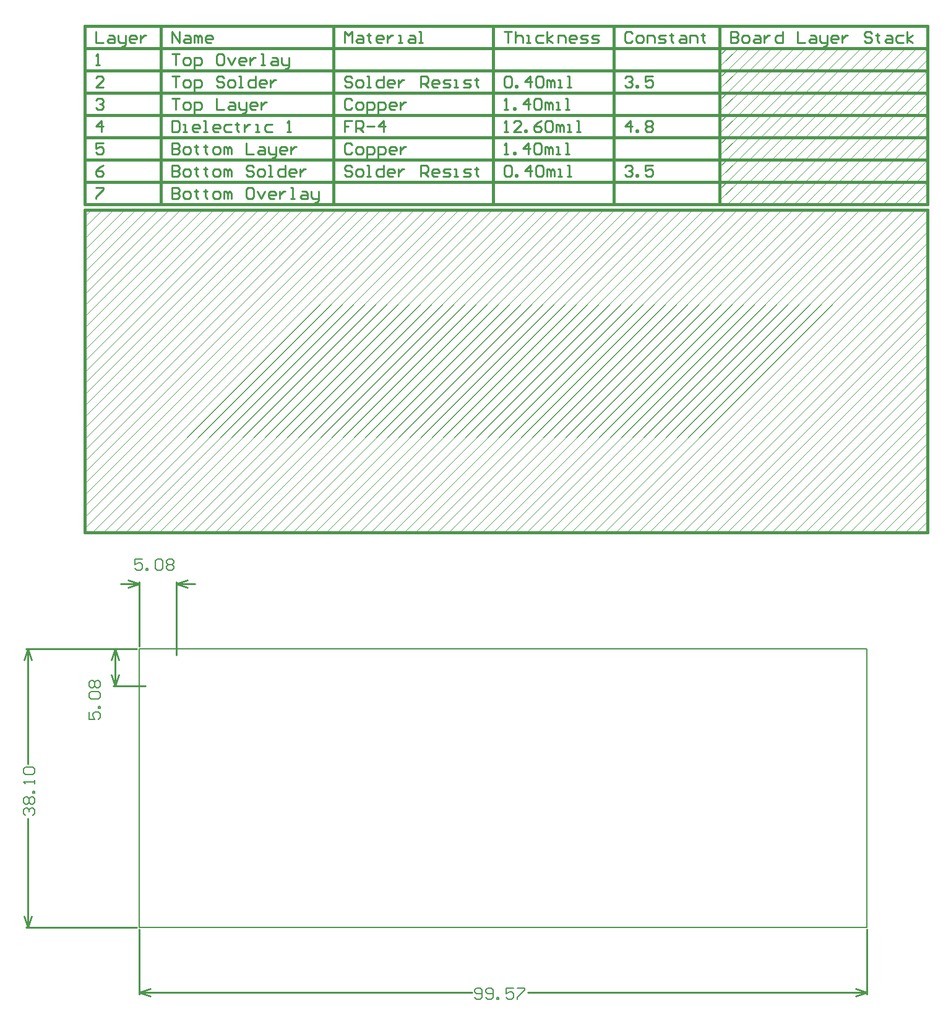
<source format=gm1>
G04 Layer_Color=16711935*
%FSLAX23Y23*%
%MOIN*%
G70*
G01*
G75*
%ADD11C,0.015*%
%ADD16C,0.010*%
%ADD24C,0.001*%
%ADD25C,0.006*%
D11*
X-292Y2128D02*
Y3864D01*
X4246D01*
Y2128D02*
Y3864D01*
X-292Y2128D02*
X4246D01*
X4246Y3894D02*
Y4854D01*
X3127Y4614D02*
X4246D01*
X3127Y4494D02*
X4246D01*
X3127Y4374D02*
X4246D01*
X3127Y4254D02*
X4246D01*
X3127Y4134D02*
X4246D01*
X3127Y4014D02*
X4246D01*
X3127Y3894D02*
X4246D01*
X3127D02*
Y4854D01*
X2557Y4614D02*
X3127D01*
X2557Y4494D02*
X3127D01*
X2557Y4374D02*
X3127D01*
X2557Y4254D02*
X3127D01*
X2557Y4134D02*
X3127D01*
X2557Y4014D02*
X3127D01*
X2557Y3894D02*
X3127D01*
X2557D02*
Y4854D01*
X1907Y4614D02*
X2557D01*
X1907Y4494D02*
X2557D01*
X1907Y4374D02*
X2557D01*
X1907Y4254D02*
X2557D01*
X1907Y4134D02*
X2557D01*
X1907Y4014D02*
X2557D01*
X1907Y3894D02*
X2557D01*
X1907D02*
Y4854D01*
X1047Y4614D02*
X1907D01*
X1047Y4494D02*
X1907D01*
X1047Y4374D02*
X1907D01*
X1047Y4254D02*
X1907D01*
X1047Y4134D02*
X1907D01*
X1047Y4014D02*
X1907D01*
X1047Y3894D02*
X1907D01*
X1047D02*
Y4854D01*
X117Y4614D02*
X1047D01*
X117Y4494D02*
X1047D01*
X117Y4374D02*
X1047D01*
X117Y4254D02*
X1047D01*
X117Y4134D02*
X1047D01*
X117Y4014D02*
X1047D01*
X117Y3894D02*
X1047D01*
X117D02*
Y4854D01*
X-292Y4614D02*
X117D01*
X-292Y4494D02*
X117D01*
X-292Y4374D02*
X117D01*
X-292Y4254D02*
X117D01*
X-292Y4134D02*
X117D01*
X-292Y4014D02*
X117D01*
X-292Y3894D02*
X117D01*
X-292D02*
Y4854D01*
X4246D01*
X-292Y4734D02*
X4246D01*
D16*
X0Y1513D02*
Y1860D01*
X200Y1465D02*
Y1860D01*
Y1850D02*
X300D01*
X-100D02*
X0D01*
X200D02*
X260Y1830D01*
X200Y1850D02*
X260Y1870D01*
X-60D02*
X0Y1850D01*
X-60Y1830D02*
X0Y1850D01*
X-140Y1500D02*
X-13D01*
X-140Y1300D02*
X34D01*
X-130Y1400D02*
Y1500D01*
Y1300D02*
Y1400D01*
X-150Y1440D02*
X-130Y1500D01*
X-110Y1440D01*
X-130Y1300D02*
X-110Y1360D01*
X-150D02*
X-130Y1300D01*
X3920Y-360D02*
Y-10D01*
X0Y-360D02*
Y-10D01*
X2095Y-350D02*
X3920D01*
X0D02*
X1793D01*
X3860Y-330D02*
X3920Y-350D01*
X3860Y-370D02*
X3920Y-350D01*
X0D02*
X60Y-370D01*
X0Y-350D02*
X60Y-330D01*
X-610Y1500D02*
X-13D01*
X-610Y0D02*
X-13D01*
X-600Y880D02*
Y1500D01*
Y0D02*
Y588D01*
X-620Y1440D02*
X-600Y1500D01*
X-580Y1440D01*
X-600Y0D02*
X-580Y60D01*
X-620D02*
X-600Y0D01*
X3187Y4824D02*
Y4764D01*
X3217D01*
X3227Y4774D01*
Y4784D01*
X3217Y4794D01*
X3187D01*
X3217D01*
X3227Y4804D01*
Y4814D01*
X3217Y4824D01*
X3187D01*
X3257Y4764D02*
X3277D01*
X3287Y4774D01*
Y4794D01*
X3277Y4804D01*
X3257D01*
X3247Y4794D01*
Y4774D01*
X3257Y4764D01*
X3317Y4804D02*
X3337D01*
X3347Y4794D01*
Y4764D01*
X3317D01*
X3307Y4774D01*
X3317Y4784D01*
X3347D01*
X3367Y4804D02*
Y4764D01*
Y4784D01*
X3377Y4794D01*
X3387Y4804D01*
X3397D01*
X3467Y4824D02*
Y4764D01*
X3437D01*
X3427Y4774D01*
Y4794D01*
X3437Y4804D01*
X3467D01*
X3547Y4824D02*
Y4764D01*
X3586D01*
X3616Y4804D02*
X3636D01*
X3646Y4794D01*
Y4764D01*
X3616D01*
X3606Y4774D01*
X3616Y4784D01*
X3646D01*
X3666Y4804D02*
Y4774D01*
X3676Y4764D01*
X3706D01*
Y4754D01*
X3696Y4744D01*
X3686D01*
X3706Y4764D02*
Y4804D01*
X3756Y4764D02*
X3736D01*
X3726Y4774D01*
Y4794D01*
X3736Y4804D01*
X3756D01*
X3766Y4794D01*
Y4784D01*
X3726D01*
X3786Y4804D02*
Y4764D01*
Y4784D01*
X3796Y4794D01*
X3806Y4804D01*
X3816D01*
X3946Y4814D02*
X3936Y4824D01*
X3916D01*
X3906Y4814D01*
Y4804D01*
X3916Y4794D01*
X3936D01*
X3946Y4784D01*
Y4774D01*
X3936Y4764D01*
X3916D01*
X3906Y4774D01*
X3976Y4814D02*
Y4804D01*
X3966D01*
X3986D01*
X3976D01*
Y4774D01*
X3986Y4764D01*
X4026Y4804D02*
X4046D01*
X4056Y4794D01*
Y4764D01*
X4026D01*
X4016Y4774D01*
X4026Y4784D01*
X4056D01*
X4116Y4804D02*
X4086D01*
X4076Y4794D01*
Y4774D01*
X4086Y4764D01*
X4116D01*
X4136D02*
Y4824D01*
Y4784D02*
X4166Y4804D01*
X4136Y4784D02*
X4166Y4764D01*
X2617Y4574D02*
X2627Y4584D01*
X2647D01*
X2657Y4574D01*
Y4564D01*
X2647Y4554D01*
X2637D01*
X2647D01*
X2657Y4544D01*
Y4534D01*
X2647Y4524D01*
X2627D01*
X2617Y4534D01*
X2677Y4524D02*
Y4534D01*
X2687D01*
Y4524D01*
X2677D01*
X2767Y4584D02*
X2727D01*
Y4554D01*
X2747Y4564D01*
X2757D01*
X2767Y4554D01*
Y4534D01*
X2757Y4524D01*
X2737D01*
X2727Y4534D01*
X2647Y4284D02*
Y4344D01*
X2617Y4314D01*
X2657D01*
X2677Y4284D02*
Y4294D01*
X2687D01*
Y4284D01*
X2677D01*
X2727Y4334D02*
X2737Y4344D01*
X2757D01*
X2767Y4334D01*
Y4324D01*
X2757Y4314D01*
X2767Y4304D01*
Y4294D01*
X2757Y4284D01*
X2737D01*
X2727Y4294D01*
Y4304D01*
X2737Y4314D01*
X2727Y4324D01*
Y4334D01*
X2737Y4314D02*
X2757D01*
X2617Y4094D02*
X2627Y4104D01*
X2647D01*
X2657Y4094D01*
Y4084D01*
X2647Y4074D01*
X2637D01*
X2647D01*
X2657Y4064D01*
Y4054D01*
X2647Y4044D01*
X2627D01*
X2617Y4054D01*
X2677Y4044D02*
Y4054D01*
X2687D01*
Y4044D01*
X2677D01*
X2767Y4104D02*
X2727D01*
Y4074D01*
X2747Y4084D01*
X2757D01*
X2767Y4074D01*
Y4054D01*
X2757Y4044D01*
X2737D01*
X2727Y4054D01*
X2657Y4814D02*
X2647Y4824D01*
X2627D01*
X2617Y4814D01*
Y4774D01*
X2627Y4764D01*
X2647D01*
X2657Y4774D01*
X2687Y4764D02*
X2707D01*
X2717Y4774D01*
Y4794D01*
X2707Y4804D01*
X2687D01*
X2677Y4794D01*
Y4774D01*
X2687Y4764D01*
X2737D02*
Y4804D01*
X2767D01*
X2777Y4794D01*
Y4764D01*
X2797D02*
X2827D01*
X2837Y4774D01*
X2827Y4784D01*
X2807D01*
X2797Y4794D01*
X2807Y4804D01*
X2837D01*
X2867Y4814D02*
Y4804D01*
X2857D01*
X2877D01*
X2867D01*
Y4774D01*
X2877Y4764D01*
X2917Y4804D02*
X2937D01*
X2947Y4794D01*
Y4764D01*
X2917D01*
X2907Y4774D01*
X2917Y4784D01*
X2947D01*
X2967Y4764D02*
Y4804D01*
X2997D01*
X3007Y4794D01*
Y4764D01*
X3037Y4814D02*
Y4804D01*
X3027D01*
X3047D01*
X3037D01*
Y4774D01*
X3047Y4764D01*
X1967Y4574D02*
X1977Y4584D01*
X1997D01*
X2007Y4574D01*
Y4534D01*
X1997Y4524D01*
X1977D01*
X1967Y4534D01*
Y4574D01*
X2027Y4524D02*
Y4534D01*
X2037D01*
Y4524D01*
X2027D01*
X2107D02*
Y4584D01*
X2077Y4554D01*
X2117D01*
X2137Y4574D02*
X2147Y4584D01*
X2167D01*
X2177Y4574D01*
Y4534D01*
X2167Y4524D01*
X2147D01*
X2137Y4534D01*
Y4574D01*
X2197Y4524D02*
Y4564D01*
X2207D01*
X2217Y4554D01*
Y4524D01*
Y4554D01*
X2227Y4564D01*
X2237Y4554D01*
Y4524D01*
X2257D02*
X2277D01*
X2267D01*
Y4564D01*
X2257D01*
X2307Y4524D02*
X2327D01*
X2317D01*
Y4584D01*
X2307D01*
X1967Y4404D02*
X1987D01*
X1977D01*
Y4464D01*
X1967Y4454D01*
X2017Y4404D02*
Y4414D01*
X2027D01*
Y4404D01*
X2017D01*
X2097D02*
Y4464D01*
X2067Y4434D01*
X2107D01*
X2127Y4454D02*
X2137Y4464D01*
X2157D01*
X2167Y4454D01*
Y4414D01*
X2157Y4404D01*
X2137D01*
X2127Y4414D01*
Y4454D01*
X2187Y4404D02*
Y4444D01*
X2197D01*
X2207Y4434D01*
Y4404D01*
Y4434D01*
X2217Y4444D01*
X2227Y4434D01*
Y4404D01*
X2247D02*
X2267D01*
X2257D01*
Y4444D01*
X2247D01*
X2297Y4404D02*
X2317D01*
X2307D01*
Y4464D01*
X2297D01*
X1967Y4284D02*
X1987D01*
X1977D01*
Y4344D01*
X1967Y4334D01*
X2057Y4284D02*
X2017D01*
X2057Y4324D01*
Y4334D01*
X2047Y4344D01*
X2027D01*
X2017Y4334D01*
X2077Y4284D02*
Y4294D01*
X2087D01*
Y4284D01*
X2077D01*
X2167Y4344D02*
X2147Y4334D01*
X2127Y4314D01*
Y4294D01*
X2137Y4284D01*
X2157D01*
X2167Y4294D01*
Y4304D01*
X2157Y4314D01*
X2127D01*
X2187Y4334D02*
X2197Y4344D01*
X2217D01*
X2227Y4334D01*
Y4294D01*
X2217Y4284D01*
X2197D01*
X2187Y4294D01*
Y4334D01*
X2247Y4284D02*
Y4324D01*
X2257D01*
X2267Y4314D01*
Y4284D01*
Y4314D01*
X2277Y4324D01*
X2287Y4314D01*
Y4284D01*
X2307D02*
X2327D01*
X2317D01*
Y4324D01*
X2307D01*
X2357Y4284D02*
X2377D01*
X2367D01*
Y4344D01*
X2357D01*
X1967Y4164D02*
X1987D01*
X1977D01*
Y4224D01*
X1967Y4214D01*
X2017Y4164D02*
Y4174D01*
X2027D01*
Y4164D01*
X2017D01*
X2097D02*
Y4224D01*
X2067Y4194D01*
X2107D01*
X2127Y4214D02*
X2137Y4224D01*
X2157D01*
X2167Y4214D01*
Y4174D01*
X2157Y4164D01*
X2137D01*
X2127Y4174D01*
Y4214D01*
X2187Y4164D02*
Y4204D01*
X2197D01*
X2207Y4194D01*
Y4164D01*
Y4194D01*
X2217Y4204D01*
X2227Y4194D01*
Y4164D01*
X2247D02*
X2267D01*
X2257D01*
Y4204D01*
X2247D01*
X2297Y4164D02*
X2317D01*
X2307D01*
Y4224D01*
X2297D01*
X1967Y4094D02*
X1977Y4104D01*
X1997D01*
X2007Y4094D01*
Y4054D01*
X1997Y4044D01*
X1977D01*
X1967Y4054D01*
Y4094D01*
X2027Y4044D02*
Y4054D01*
X2037D01*
Y4044D01*
X2027D01*
X2107D02*
Y4104D01*
X2077Y4074D01*
X2117D01*
X2137Y4094D02*
X2147Y4104D01*
X2167D01*
X2177Y4094D01*
Y4054D01*
X2167Y4044D01*
X2147D01*
X2137Y4054D01*
Y4094D01*
X2197Y4044D02*
Y4084D01*
X2207D01*
X2217Y4074D01*
Y4044D01*
Y4074D01*
X2227Y4084D01*
X2237Y4074D01*
Y4044D01*
X2257D02*
X2277D01*
X2267D01*
Y4084D01*
X2257D01*
X2307Y4044D02*
X2327D01*
X2317D01*
Y4104D01*
X2307D01*
X1967Y4824D02*
X2007D01*
X1987D01*
Y4764D01*
X2027Y4824D02*
Y4764D01*
Y4794D01*
X2037Y4804D01*
X2057D01*
X2067Y4794D01*
Y4764D01*
X2087D02*
X2107D01*
X2097D01*
Y4804D01*
X2087D01*
X2177D02*
X2147D01*
X2137Y4794D01*
Y4774D01*
X2147Y4764D01*
X2177D01*
X2197D02*
Y4824D01*
Y4784D02*
X2227Y4804D01*
X2197Y4784D02*
X2227Y4764D01*
X2257D02*
Y4804D01*
X2287D01*
X2297Y4794D01*
Y4764D01*
X2347D02*
X2327D01*
X2317Y4774D01*
Y4794D01*
X2327Y4804D01*
X2347D01*
X2357Y4794D01*
Y4784D01*
X2317D01*
X2377Y4764D02*
X2407D01*
X2417Y4774D01*
X2407Y4784D01*
X2387D01*
X2377Y4794D01*
X2387Y4804D01*
X2417D01*
X2437Y4764D02*
X2467D01*
X2477Y4774D01*
X2467Y4784D01*
X2447D01*
X2437Y4794D01*
X2447Y4804D01*
X2477D01*
X1147Y4574D02*
X1137Y4584D01*
X1117D01*
X1107Y4574D01*
Y4564D01*
X1117Y4554D01*
X1137D01*
X1147Y4544D01*
Y4534D01*
X1137Y4524D01*
X1117D01*
X1107Y4534D01*
X1177Y4524D02*
X1197D01*
X1207Y4534D01*
Y4554D01*
X1197Y4564D01*
X1177D01*
X1167Y4554D01*
Y4534D01*
X1177Y4524D01*
X1227D02*
X1247D01*
X1237D01*
Y4584D01*
X1227D01*
X1317D02*
Y4524D01*
X1287D01*
X1277Y4534D01*
Y4554D01*
X1287Y4564D01*
X1317D01*
X1367Y4524D02*
X1347D01*
X1337Y4534D01*
Y4554D01*
X1347Y4564D01*
X1367D01*
X1377Y4554D01*
Y4544D01*
X1337D01*
X1397Y4564D02*
Y4524D01*
Y4544D01*
X1407Y4554D01*
X1417Y4564D01*
X1427D01*
X1517Y4524D02*
Y4584D01*
X1547D01*
X1557Y4574D01*
Y4554D01*
X1547Y4544D01*
X1517D01*
X1537D02*
X1557Y4524D01*
X1607D02*
X1587D01*
X1577Y4534D01*
Y4554D01*
X1587Y4564D01*
X1607D01*
X1617Y4554D01*
Y4544D01*
X1577D01*
X1637Y4524D02*
X1667D01*
X1677Y4534D01*
X1667Y4544D01*
X1647D01*
X1637Y4554D01*
X1647Y4564D01*
X1677D01*
X1697Y4524D02*
X1717D01*
X1707D01*
Y4564D01*
X1697D01*
X1747Y4524D02*
X1777D01*
X1787Y4534D01*
X1777Y4544D01*
X1757D01*
X1747Y4554D01*
X1757Y4564D01*
X1787D01*
X1817Y4574D02*
Y4564D01*
X1807D01*
X1827D01*
X1817D01*
Y4534D01*
X1827Y4524D01*
X1147Y4454D02*
X1137Y4464D01*
X1117D01*
X1107Y4454D01*
Y4414D01*
X1117Y4404D01*
X1137D01*
X1147Y4414D01*
X1177Y4404D02*
X1197D01*
X1207Y4414D01*
Y4434D01*
X1197Y4444D01*
X1177D01*
X1167Y4434D01*
Y4414D01*
X1177Y4404D01*
X1227Y4384D02*
Y4444D01*
X1257D01*
X1267Y4434D01*
Y4414D01*
X1257Y4404D01*
X1227D01*
X1287Y4384D02*
Y4444D01*
X1317D01*
X1327Y4434D01*
Y4414D01*
X1317Y4404D01*
X1287D01*
X1377D02*
X1357D01*
X1347Y4414D01*
Y4434D01*
X1357Y4444D01*
X1377D01*
X1387Y4434D01*
Y4424D01*
X1347D01*
X1407Y4444D02*
Y4404D01*
Y4424D01*
X1417Y4434D01*
X1427Y4444D01*
X1437D01*
X1147Y4344D02*
X1107D01*
Y4314D01*
X1127D01*
X1107D01*
Y4284D01*
X1167D02*
Y4344D01*
X1197D01*
X1207Y4334D01*
Y4314D01*
X1197Y4304D01*
X1167D01*
X1187D02*
X1207Y4284D01*
X1227Y4314D02*
X1267D01*
X1317Y4284D02*
Y4344D01*
X1287Y4314D01*
X1327D01*
X1147Y4214D02*
X1137Y4224D01*
X1117D01*
X1107Y4214D01*
Y4174D01*
X1117Y4164D01*
X1137D01*
X1147Y4174D01*
X1177Y4164D02*
X1197D01*
X1207Y4174D01*
Y4194D01*
X1197Y4204D01*
X1177D01*
X1167Y4194D01*
Y4174D01*
X1177Y4164D01*
X1227Y4144D02*
Y4204D01*
X1257D01*
X1267Y4194D01*
Y4174D01*
X1257Y4164D01*
X1227D01*
X1287Y4144D02*
Y4204D01*
X1317D01*
X1327Y4194D01*
Y4174D01*
X1317Y4164D01*
X1287D01*
X1377D02*
X1357D01*
X1347Y4174D01*
Y4194D01*
X1357Y4204D01*
X1377D01*
X1387Y4194D01*
Y4184D01*
X1347D01*
X1407Y4204D02*
Y4164D01*
Y4184D01*
X1417Y4194D01*
X1427Y4204D01*
X1437D01*
X1147Y4094D02*
X1137Y4104D01*
X1117D01*
X1107Y4094D01*
Y4084D01*
X1117Y4074D01*
X1137D01*
X1147Y4064D01*
Y4054D01*
X1137Y4044D01*
X1117D01*
X1107Y4054D01*
X1177Y4044D02*
X1197D01*
X1207Y4054D01*
Y4074D01*
X1197Y4084D01*
X1177D01*
X1167Y4074D01*
Y4054D01*
X1177Y4044D01*
X1227D02*
X1247D01*
X1237D01*
Y4104D01*
X1227D01*
X1317D02*
Y4044D01*
X1287D01*
X1277Y4054D01*
Y4074D01*
X1287Y4084D01*
X1317D01*
X1367Y4044D02*
X1347D01*
X1337Y4054D01*
Y4074D01*
X1347Y4084D01*
X1367D01*
X1377Y4074D01*
Y4064D01*
X1337D01*
X1397Y4084D02*
Y4044D01*
Y4064D01*
X1407Y4074D01*
X1417Y4084D01*
X1427D01*
X1517Y4044D02*
Y4104D01*
X1547D01*
X1557Y4094D01*
Y4074D01*
X1547Y4064D01*
X1517D01*
X1537D02*
X1557Y4044D01*
X1607D02*
X1587D01*
X1577Y4054D01*
Y4074D01*
X1587Y4084D01*
X1607D01*
X1617Y4074D01*
Y4064D01*
X1577D01*
X1637Y4044D02*
X1667D01*
X1677Y4054D01*
X1667Y4064D01*
X1647D01*
X1637Y4074D01*
X1647Y4084D01*
X1677D01*
X1697Y4044D02*
X1717D01*
X1707D01*
Y4084D01*
X1697D01*
X1747Y4044D02*
X1777D01*
X1787Y4054D01*
X1777Y4064D01*
X1757D01*
X1747Y4074D01*
X1757Y4084D01*
X1787D01*
X1817Y4094D02*
Y4084D01*
X1807D01*
X1827D01*
X1817D01*
Y4054D01*
X1827Y4044D01*
X1107Y4764D02*
Y4824D01*
X1127Y4804D01*
X1147Y4824D01*
Y4764D01*
X1177Y4804D02*
X1197D01*
X1207Y4794D01*
Y4764D01*
X1177D01*
X1167Y4774D01*
X1177Y4784D01*
X1207D01*
X1237Y4814D02*
Y4804D01*
X1227D01*
X1247D01*
X1237D01*
Y4774D01*
X1247Y4764D01*
X1307D02*
X1287D01*
X1277Y4774D01*
Y4794D01*
X1287Y4804D01*
X1307D01*
X1317Y4794D01*
Y4784D01*
X1277D01*
X1337Y4804D02*
Y4764D01*
Y4784D01*
X1347Y4794D01*
X1357Y4804D01*
X1367D01*
X1397Y4764D02*
X1417D01*
X1407D01*
Y4804D01*
X1397D01*
X1457D02*
X1477D01*
X1487Y4794D01*
Y4764D01*
X1457D01*
X1447Y4774D01*
X1457Y4784D01*
X1487D01*
X1507Y4764D02*
X1527D01*
X1517D01*
Y4824D01*
X1507D01*
X177Y4704D02*
X217D01*
X197D01*
Y4644D01*
X247D02*
X267D01*
X277Y4654D01*
Y4674D01*
X267Y4684D01*
X247D01*
X237Y4674D01*
Y4654D01*
X247Y4644D01*
X297Y4624D02*
Y4684D01*
X327D01*
X337Y4674D01*
Y4654D01*
X327Y4644D01*
X297D01*
X447Y4704D02*
X427D01*
X417Y4694D01*
Y4654D01*
X427Y4644D01*
X447D01*
X457Y4654D01*
Y4694D01*
X447Y4704D01*
X477Y4684D02*
X497Y4644D01*
X517Y4684D01*
X567Y4644D02*
X547D01*
X537Y4654D01*
Y4674D01*
X547Y4684D01*
X567D01*
X577Y4674D01*
Y4664D01*
X537D01*
X597Y4684D02*
Y4644D01*
Y4664D01*
X607Y4674D01*
X617Y4684D01*
X627D01*
X657Y4644D02*
X677D01*
X667D01*
Y4704D01*
X657D01*
X717Y4684D02*
X737D01*
X747Y4674D01*
Y4644D01*
X717D01*
X707Y4654D01*
X717Y4664D01*
X747D01*
X767Y4684D02*
Y4654D01*
X777Y4644D01*
X807D01*
Y4634D01*
X797Y4624D01*
X787D01*
X807Y4644D02*
Y4684D01*
X177Y4584D02*
X217D01*
X197D01*
Y4524D01*
X247D02*
X267D01*
X277Y4534D01*
Y4554D01*
X267Y4564D01*
X247D01*
X237Y4554D01*
Y4534D01*
X247Y4524D01*
X297Y4504D02*
Y4564D01*
X327D01*
X337Y4554D01*
Y4534D01*
X327Y4524D01*
X297D01*
X457Y4574D02*
X447Y4584D01*
X427D01*
X417Y4574D01*
Y4564D01*
X427Y4554D01*
X447D01*
X457Y4544D01*
Y4534D01*
X447Y4524D01*
X427D01*
X417Y4534D01*
X487Y4524D02*
X507D01*
X517Y4534D01*
Y4554D01*
X507Y4564D01*
X487D01*
X477Y4554D01*
Y4534D01*
X487Y4524D01*
X537D02*
X557D01*
X547D01*
Y4584D01*
X537D01*
X627D02*
Y4524D01*
X597D01*
X587Y4534D01*
Y4554D01*
X597Y4564D01*
X627D01*
X677Y4524D02*
X657D01*
X647Y4534D01*
Y4554D01*
X657Y4564D01*
X677D01*
X687Y4554D01*
Y4544D01*
X647D01*
X707Y4564D02*
Y4524D01*
Y4544D01*
X717Y4554D01*
X727Y4564D01*
X737D01*
X177Y4464D02*
X217D01*
X197D01*
Y4404D01*
X247D02*
X267D01*
X277Y4414D01*
Y4434D01*
X267Y4444D01*
X247D01*
X237Y4434D01*
Y4414D01*
X247Y4404D01*
X297Y4384D02*
Y4444D01*
X327D01*
X337Y4434D01*
Y4414D01*
X327Y4404D01*
X297D01*
X417Y4464D02*
Y4404D01*
X457D01*
X487Y4444D02*
X507D01*
X517Y4434D01*
Y4404D01*
X487D01*
X477Y4414D01*
X487Y4424D01*
X517D01*
X537Y4444D02*
Y4414D01*
X547Y4404D01*
X577D01*
Y4394D01*
X567Y4384D01*
X557D01*
X577Y4404D02*
Y4444D01*
X627Y4404D02*
X607D01*
X597Y4414D01*
Y4434D01*
X607Y4444D01*
X627D01*
X637Y4434D01*
Y4424D01*
X597D01*
X657Y4444D02*
Y4404D01*
Y4424D01*
X667Y4434D01*
X677Y4444D01*
X687D01*
X177Y4344D02*
Y4284D01*
X207D01*
X217Y4294D01*
Y4334D01*
X207Y4344D01*
X177D01*
X237Y4284D02*
X257D01*
X247D01*
Y4324D01*
X237D01*
X317Y4284D02*
X297D01*
X287Y4294D01*
Y4314D01*
X297Y4324D01*
X317D01*
X327Y4314D01*
Y4304D01*
X287D01*
X347Y4284D02*
X367D01*
X357D01*
Y4344D01*
X347D01*
X427Y4284D02*
X407D01*
X397Y4294D01*
Y4314D01*
X407Y4324D01*
X427D01*
X437Y4314D01*
Y4304D01*
X397D01*
X497Y4324D02*
X467D01*
X457Y4314D01*
Y4294D01*
X467Y4284D01*
X497D01*
X527Y4334D02*
Y4324D01*
X517D01*
X537D01*
X527D01*
Y4294D01*
X537Y4284D01*
X567Y4324D02*
Y4284D01*
Y4304D01*
X577Y4314D01*
X587Y4324D01*
X597D01*
X627Y4284D02*
X647D01*
X637D01*
Y4324D01*
X627D01*
X717D02*
X687D01*
X677Y4314D01*
Y4294D01*
X687Y4284D01*
X717D01*
X797D02*
X817D01*
X807D01*
Y4344D01*
X797Y4334D01*
X177Y4224D02*
Y4164D01*
X207D01*
X217Y4174D01*
Y4184D01*
X207Y4194D01*
X177D01*
X207D01*
X217Y4204D01*
Y4214D01*
X207Y4224D01*
X177D01*
X247Y4164D02*
X267D01*
X277Y4174D01*
Y4194D01*
X267Y4204D01*
X247D01*
X237Y4194D01*
Y4174D01*
X247Y4164D01*
X307Y4214D02*
Y4204D01*
X297D01*
X317D01*
X307D01*
Y4174D01*
X317Y4164D01*
X357Y4214D02*
Y4204D01*
X347D01*
X367D01*
X357D01*
Y4174D01*
X367Y4164D01*
X407D02*
X427D01*
X437Y4174D01*
Y4194D01*
X427Y4204D01*
X407D01*
X397Y4194D01*
Y4174D01*
X407Y4164D01*
X457D02*
Y4204D01*
X467D01*
X477Y4194D01*
Y4164D01*
Y4194D01*
X487Y4204D01*
X497Y4194D01*
Y4164D01*
X577Y4224D02*
Y4164D01*
X617D01*
X647Y4204D02*
X667D01*
X677Y4194D01*
Y4164D01*
X647D01*
X637Y4174D01*
X647Y4184D01*
X677D01*
X697Y4204D02*
Y4174D01*
X707Y4164D01*
X737D01*
Y4154D01*
X727Y4144D01*
X717D01*
X737Y4164D02*
Y4204D01*
X787Y4164D02*
X767D01*
X757Y4174D01*
Y4194D01*
X767Y4204D01*
X787D01*
X797Y4194D01*
Y4184D01*
X757D01*
X817Y4204D02*
Y4164D01*
Y4184D01*
X827Y4194D01*
X837Y4204D01*
X847D01*
X177Y4104D02*
Y4044D01*
X207D01*
X217Y4054D01*
Y4064D01*
X207Y4074D01*
X177D01*
X207D01*
X217Y4084D01*
Y4094D01*
X207Y4104D01*
X177D01*
X247Y4044D02*
X267D01*
X277Y4054D01*
Y4074D01*
X267Y4084D01*
X247D01*
X237Y4074D01*
Y4054D01*
X247Y4044D01*
X307Y4094D02*
Y4084D01*
X297D01*
X317D01*
X307D01*
Y4054D01*
X317Y4044D01*
X357Y4094D02*
Y4084D01*
X347D01*
X367D01*
X357D01*
Y4054D01*
X367Y4044D01*
X407D02*
X427D01*
X437Y4054D01*
Y4074D01*
X427Y4084D01*
X407D01*
X397Y4074D01*
Y4054D01*
X407Y4044D01*
X457D02*
Y4084D01*
X467D01*
X477Y4074D01*
Y4044D01*
Y4074D01*
X487Y4084D01*
X497Y4074D01*
Y4044D01*
X617Y4094D02*
X607Y4104D01*
X587D01*
X577Y4094D01*
Y4084D01*
X587Y4074D01*
X607D01*
X617Y4064D01*
Y4054D01*
X607Y4044D01*
X587D01*
X577Y4054D01*
X647Y4044D02*
X667D01*
X677Y4054D01*
Y4074D01*
X667Y4084D01*
X647D01*
X637Y4074D01*
Y4054D01*
X647Y4044D01*
X697D02*
X717D01*
X707D01*
Y4104D01*
X697D01*
X787D02*
Y4044D01*
X757D01*
X747Y4054D01*
Y4074D01*
X757Y4084D01*
X787D01*
X837Y4044D02*
X817D01*
X807Y4054D01*
Y4074D01*
X817Y4084D01*
X837D01*
X847Y4074D01*
Y4064D01*
X807D01*
X867Y4084D02*
Y4044D01*
Y4064D01*
X877Y4074D01*
X887Y4084D01*
X897D01*
X177Y3984D02*
Y3924D01*
X207D01*
X217Y3934D01*
Y3944D01*
X207Y3954D01*
X177D01*
X207D01*
X217Y3964D01*
Y3974D01*
X207Y3984D01*
X177D01*
X247Y3924D02*
X267D01*
X277Y3934D01*
Y3954D01*
X267Y3964D01*
X247D01*
X237Y3954D01*
Y3934D01*
X247Y3924D01*
X307Y3974D02*
Y3964D01*
X297D01*
X317D01*
X307D01*
Y3934D01*
X317Y3924D01*
X357Y3974D02*
Y3964D01*
X347D01*
X367D01*
X357D01*
Y3934D01*
X367Y3924D01*
X407D02*
X427D01*
X437Y3934D01*
Y3954D01*
X427Y3964D01*
X407D01*
X397Y3954D01*
Y3934D01*
X407Y3924D01*
X457D02*
Y3964D01*
X467D01*
X477Y3954D01*
Y3924D01*
Y3954D01*
X487Y3964D01*
X497Y3954D01*
Y3924D01*
X607Y3984D02*
X587D01*
X577Y3974D01*
Y3934D01*
X587Y3924D01*
X607D01*
X617Y3934D01*
Y3974D01*
X607Y3984D01*
X637Y3964D02*
X657Y3924D01*
X677Y3964D01*
X727Y3924D02*
X707D01*
X697Y3934D01*
Y3954D01*
X707Y3964D01*
X727D01*
X737Y3954D01*
Y3944D01*
X697D01*
X757Y3964D02*
Y3924D01*
Y3944D01*
X767Y3954D01*
X777Y3964D01*
X787D01*
X817Y3924D02*
X837D01*
X827D01*
Y3984D01*
X817D01*
X877Y3964D02*
X897D01*
X907Y3954D01*
Y3924D01*
X877D01*
X867Y3934D01*
X877Y3944D01*
X907D01*
X927Y3964D02*
Y3934D01*
X937Y3924D01*
X967D01*
Y3914D01*
X957Y3904D01*
X947D01*
X967Y3924D02*
Y3964D01*
X177Y4764D02*
Y4824D01*
X217Y4764D01*
Y4824D01*
X247Y4804D02*
X267D01*
X277Y4794D01*
Y4764D01*
X247D01*
X237Y4774D01*
X247Y4784D01*
X277D01*
X297Y4764D02*
Y4804D01*
X307D01*
X317Y4794D01*
Y4764D01*
Y4794D01*
X327Y4804D01*
X337Y4794D01*
Y4764D01*
X387D02*
X367D01*
X357Y4774D01*
Y4794D01*
X367Y4804D01*
X387D01*
X397Y4794D01*
Y4784D01*
X357D01*
X-232Y4644D02*
X-213D01*
X-223D01*
Y4704D01*
X-232Y4694D01*
X-193Y4524D02*
X-232D01*
X-193Y4564D01*
Y4574D01*
X-203Y4584D01*
X-223D01*
X-232Y4574D01*
Y4454D02*
X-223Y4464D01*
X-203D01*
X-193Y4454D01*
Y4444D01*
X-203Y4434D01*
X-213D01*
X-203D01*
X-193Y4424D01*
Y4414D01*
X-203Y4404D01*
X-223D01*
X-232Y4414D01*
X-203Y4284D02*
Y4344D01*
X-232Y4314D01*
X-193D01*
Y4224D02*
X-232D01*
Y4194D01*
X-213Y4204D01*
X-203D01*
X-193Y4194D01*
Y4174D01*
X-203Y4164D01*
X-223D01*
X-232Y4174D01*
X-193Y4104D02*
X-213Y4094D01*
X-232Y4074D01*
Y4054D01*
X-223Y4044D01*
X-203D01*
X-193Y4054D01*
Y4064D01*
X-203Y4074D01*
X-232D01*
Y3984D02*
X-193D01*
Y3974D01*
X-232Y3934D01*
Y3924D01*
Y4824D02*
Y4764D01*
X-193D01*
X-163Y4804D02*
X-143D01*
X-133Y4794D01*
Y4764D01*
X-163D01*
X-173Y4774D01*
X-163Y4784D01*
X-133D01*
X-113Y4804D02*
Y4774D01*
X-103Y4764D01*
X-73D01*
Y4754D01*
X-83Y4744D01*
X-93D01*
X-73Y4764D02*
Y4804D01*
X-23Y4764D02*
X-43D01*
X-53Y4774D01*
Y4794D01*
X-43Y4804D01*
X-23D01*
X-13Y4794D01*
Y4784D01*
X-53D01*
X7Y4804D02*
Y4764D01*
Y4784D01*
X17Y4794D01*
X27Y4804D01*
X37D01*
D24*
X-292Y3829D02*
X-256Y3865D01*
X-292Y3769D02*
X-196Y3865D01*
X-292Y3709D02*
X-136Y3865D01*
X-292Y3649D02*
X-76Y3865D01*
X-292Y3589D02*
X-16Y3865D01*
X-292Y3529D02*
X44Y3865D01*
X-292Y3469D02*
X104Y3865D01*
X-292Y3409D02*
X164Y3865D01*
X-292Y3349D02*
X224Y3865D01*
X-292Y3289D02*
X284Y3865D01*
X-292Y3229D02*
X344Y3865D01*
X-292Y3169D02*
X404Y3865D01*
X-292Y3109D02*
X464Y3865D01*
X-292Y3049D02*
X524Y3865D01*
X-292Y2989D02*
X584Y3865D01*
X-292Y2929D02*
X644Y3865D01*
X-292Y2869D02*
X704Y3865D01*
X-292Y2809D02*
X764Y3865D01*
X-292Y2749D02*
X824Y3865D01*
X-292Y2689D02*
X884Y3865D01*
X-292Y2629D02*
X944Y3865D01*
X-292Y2569D02*
X1004Y3865D01*
X-292Y2509D02*
X1064Y3865D01*
X-292Y2449D02*
X1124Y3865D01*
X-292Y2389D02*
X1184Y3865D01*
X-292Y2329D02*
X1244Y3865D01*
X-292Y2269D02*
X1304Y3865D01*
X-292Y2209D02*
X1364Y3865D01*
X-292Y2149D02*
X1424Y3865D01*
X-254Y2127D02*
X1484Y3865D01*
X-194Y2127D02*
X1544Y3865D01*
X-134Y2127D02*
X1604Y3865D01*
X-74Y2127D02*
X1664Y3865D01*
X-14Y2127D02*
X1724Y3865D01*
X46Y2127D02*
X1784Y3865D01*
X106Y2127D02*
X1844Y3865D01*
X166Y2127D02*
X1904Y3865D01*
X226Y2127D02*
X1964Y3865D01*
X286Y2127D02*
X2024Y3865D01*
X346Y2127D02*
X2084Y3865D01*
X406Y2127D02*
X2144Y3865D01*
X466Y2127D02*
X2204Y3865D01*
X526Y2127D02*
X2264Y3865D01*
X586Y2127D02*
X2324Y3865D01*
X646Y2127D02*
X2384Y3865D01*
X706Y2127D02*
X2444Y3865D01*
X766Y2127D02*
X2504Y3865D01*
X826Y2127D02*
X2564Y3865D01*
X886Y2127D02*
X2624Y3865D01*
X946Y2127D02*
X2684Y3865D01*
X1006Y2127D02*
X2744Y3865D01*
X1066Y2127D02*
X2804Y3865D01*
X1126Y2127D02*
X2864Y3865D01*
X1186Y2127D02*
X2924Y3865D01*
X1246Y2127D02*
X2984Y3865D01*
X1306Y2127D02*
X3044Y3865D01*
X1366Y2127D02*
X3104Y3865D01*
X1426Y2127D02*
X3164Y3865D01*
X1486Y2127D02*
X3224Y3865D01*
X1546Y2127D02*
X3284Y3865D01*
X1606Y2127D02*
X3344Y3865D01*
X1666Y2127D02*
X3404Y3865D01*
X1726Y2127D02*
X3464Y3865D01*
X1786Y2127D02*
X3524Y3865D01*
X1846Y2127D02*
X3584Y3865D01*
X1906Y2127D02*
X3644Y3865D01*
X1966Y2127D02*
X3704Y3865D01*
X2026Y2127D02*
X3764Y3865D01*
X2086Y2127D02*
X3824Y3865D01*
X2146Y2127D02*
X3884Y3865D01*
X2206Y2127D02*
X3944Y3865D01*
X2266Y2127D02*
X4004Y3865D01*
X2326Y2127D02*
X4064Y3865D01*
X2386Y2127D02*
X4124Y3865D01*
X2446Y2127D02*
X4184Y3865D01*
X2506Y2127D02*
X4244Y3865D01*
X2566Y2127D02*
X4246Y3807D01*
X2626Y2127D02*
X4246Y3747D01*
X2686Y2127D02*
X4246Y3688D01*
X2746Y2127D02*
X4246Y3628D01*
X2806Y2127D02*
X4246Y3568D01*
X2866Y2127D02*
X4246Y3507D01*
X2926Y2127D02*
X4246Y3447D01*
X2986Y2127D02*
X4246Y3388D01*
X3046Y2127D02*
X4246Y3328D01*
X3106Y2127D02*
X4246Y3267D01*
X3166Y2127D02*
X4246Y3207D01*
X3226Y2127D02*
X4246Y3148D01*
X3286Y2127D02*
X4246Y3088D01*
X3346Y2127D02*
X4246Y3027D01*
X3406Y2127D02*
X4246Y2967D01*
X3466Y2127D02*
X4246Y2908D01*
X3526Y2127D02*
X4246Y2848D01*
X3586Y2127D02*
X4246Y2787D01*
X3646Y2127D02*
X4246Y2727D01*
X3706Y2127D02*
X4246Y2668D01*
X3766Y2127D02*
X4246Y2608D01*
X3826Y2127D02*
X4246Y2547D01*
X3886Y2127D02*
X4246Y2487D01*
X3946Y2127D02*
X4246Y2428D01*
X4006Y2127D02*
X4246Y2368D01*
X4066Y2127D02*
X4246Y2307D01*
X4126Y2127D02*
X4246Y2247D01*
X4186Y2127D02*
X4246Y2188D01*
X3127Y4695D02*
X3166Y4734D01*
X3127Y4635D02*
X3226Y4734D01*
X3166Y4614D02*
X3286Y4734D01*
X3226Y4614D02*
X3346Y4734D01*
X3286Y4614D02*
X3406Y4734D01*
X3346Y4614D02*
X3466Y4734D01*
X3406Y4614D02*
X3526Y4734D01*
X3466Y4614D02*
X3586Y4734D01*
X3526Y4614D02*
X3646Y4734D01*
X3586Y4614D02*
X3706Y4734D01*
X3646Y4614D02*
X3766Y4734D01*
X3706Y4614D02*
X3826Y4734D01*
X3766Y4614D02*
X3886Y4734D01*
X3826Y4614D02*
X3946Y4734D01*
X3886Y4614D02*
X4006Y4734D01*
X3946Y4614D02*
X4066Y4734D01*
X4006Y4614D02*
X4126Y4734D01*
X4066Y4614D02*
X4186Y4734D01*
X4126Y4614D02*
X4246Y4734D01*
X4186Y4614D02*
X4246Y4674D01*
X3127Y4575D02*
X3166Y4614D01*
X3127Y4515D02*
X3226Y4614D01*
X3166Y4494D02*
X3286Y4614D01*
X3226Y4494D02*
X3346Y4614D01*
X3286Y4494D02*
X3406Y4614D01*
X3346Y4494D02*
X3466Y4614D01*
X3406Y4494D02*
X3526Y4614D01*
X3466Y4494D02*
X3586Y4614D01*
X3526Y4494D02*
X3646Y4614D01*
X3586Y4494D02*
X3706Y4614D01*
X3646Y4494D02*
X3766Y4614D01*
X3706Y4494D02*
X3826Y4614D01*
X3766Y4494D02*
X3886Y4614D01*
X3826Y4494D02*
X3946Y4614D01*
X3886Y4494D02*
X4006Y4614D01*
X3946Y4494D02*
X4066Y4614D01*
X4006Y4494D02*
X4126Y4614D01*
X4066Y4494D02*
X4186Y4614D01*
X4126Y4494D02*
X4246Y4614D01*
X4186Y4494D02*
X4246Y4554D01*
X3127Y4455D02*
X3166Y4494D01*
X3127Y4395D02*
X3226Y4494D01*
X3166Y4374D02*
X3286Y4494D01*
X3226Y4374D02*
X3346Y4494D01*
X3286Y4374D02*
X3406Y4494D01*
X3346Y4374D02*
X3466Y4494D01*
X3406Y4374D02*
X3526Y4494D01*
X3466Y4374D02*
X3586Y4494D01*
X3526Y4374D02*
X3646Y4494D01*
X3586Y4374D02*
X3706Y4494D01*
X3646Y4374D02*
X3766Y4494D01*
X3706Y4374D02*
X3826Y4494D01*
X3766Y4374D02*
X3886Y4494D01*
X3826Y4374D02*
X3946Y4494D01*
X3886Y4374D02*
X4006Y4494D01*
X3946Y4374D02*
X4066Y4494D01*
X4006Y4374D02*
X4126Y4494D01*
X4066Y4374D02*
X4186Y4494D01*
X4126Y4374D02*
X4246Y4494D01*
X4186Y4374D02*
X4246Y4434D01*
X3127Y4335D02*
X3166Y4374D01*
X3127Y4275D02*
X3226Y4374D01*
X3166Y4254D02*
X3286Y4374D01*
X3226Y4254D02*
X3346Y4374D01*
X3286Y4254D02*
X3406Y4374D01*
X3346Y4254D02*
X3466Y4374D01*
X3406Y4254D02*
X3526Y4374D01*
X3466Y4254D02*
X3586Y4374D01*
X3526Y4254D02*
X3646Y4374D01*
X3586Y4254D02*
X3706Y4374D01*
X3646Y4254D02*
X3766Y4374D01*
X3706Y4254D02*
X3826Y4374D01*
X3766Y4254D02*
X3886Y4374D01*
X3826Y4254D02*
X3946Y4374D01*
X3886Y4254D02*
X4006Y4374D01*
X3946Y4254D02*
X4066Y4374D01*
X4006Y4254D02*
X4126Y4374D01*
X4066Y4254D02*
X4186Y4374D01*
X4126Y4254D02*
X4246Y4374D01*
X4186Y4254D02*
X4246Y4314D01*
X3127Y4215D02*
X3166Y4254D01*
X3127Y4155D02*
X3226Y4254D01*
X3166Y4134D02*
X3286Y4254D01*
X3226Y4134D02*
X3346Y4254D01*
X3286Y4134D02*
X3406Y4254D01*
X3346Y4134D02*
X3466Y4254D01*
X3406Y4134D02*
X3526Y4254D01*
X3466Y4134D02*
X3586Y4254D01*
X3526Y4134D02*
X3646Y4254D01*
X3586Y4134D02*
X3706Y4254D01*
X3646Y4134D02*
X3766Y4254D01*
X3706Y4134D02*
X3826Y4254D01*
X3766Y4134D02*
X3886Y4254D01*
X3826Y4134D02*
X3946Y4254D01*
X3886Y4134D02*
X4006Y4254D01*
X3946Y4134D02*
X4066Y4254D01*
X4006Y4134D02*
X4126Y4254D01*
X4066Y4134D02*
X4186Y4254D01*
X4126Y4134D02*
X4246Y4254D01*
X4186Y4134D02*
X4246Y4194D01*
X3127Y4095D02*
X3166Y4134D01*
X3127Y4035D02*
X3226Y4134D01*
X3166Y4014D02*
X3286Y4134D01*
X3226Y4014D02*
X3346Y4134D01*
X3286Y4014D02*
X3406Y4134D01*
X3346Y4014D02*
X3466Y4134D01*
X3406Y4014D02*
X3526Y4134D01*
X3466Y4014D02*
X3586Y4134D01*
X3526Y4014D02*
X3646Y4134D01*
X3586Y4014D02*
X3706Y4134D01*
X3646Y4014D02*
X3766Y4134D01*
X3706Y4014D02*
X3826Y4134D01*
X3766Y4014D02*
X3886Y4134D01*
X3826Y4014D02*
X3946Y4134D01*
X3886Y4014D02*
X4006Y4134D01*
X3946Y4014D02*
X4066Y4134D01*
X4006Y4014D02*
X4126Y4134D01*
X4066Y4014D02*
X4186Y4134D01*
X4126Y4014D02*
X4246Y4134D01*
X4186Y4014D02*
X4246Y4074D01*
X3127Y3975D02*
X3166Y4014D01*
X3127Y3915D02*
X3226Y4014D01*
X3166Y3894D02*
X3286Y4014D01*
X3226Y3894D02*
X3346Y4014D01*
X3286Y3894D02*
X3406Y4014D01*
X3346Y3894D02*
X3466Y4014D01*
X3406Y3894D02*
X3526Y4014D01*
X3466Y3894D02*
X3586Y4014D01*
X3526Y3894D02*
X3646Y4014D01*
X3586Y3894D02*
X3706Y4014D01*
X3646Y3894D02*
X3766Y4014D01*
X3706Y3894D02*
X3826Y4014D01*
X3766Y3894D02*
X3886Y4014D01*
X3826Y3894D02*
X3946Y4014D01*
X3886Y3894D02*
X4006Y4014D01*
X3946Y3894D02*
X4066Y4014D01*
X4006Y3894D02*
X4126Y4014D01*
X4066Y3894D02*
X4186Y4014D01*
X4126Y3894D02*
X4246Y4014D01*
X4186Y3894D02*
X4246Y3954D01*
D25*
X0Y0D02*
Y1500D01*
X3920D01*
Y0D02*
Y1500D01*
X0Y0D02*
X3920D01*
X19Y1982D02*
X-21D01*
Y1952D01*
X-1Y1962D01*
X9D01*
X19Y1952D01*
Y1932D01*
X9Y1922D01*
X-11D01*
X-21Y1932D01*
X39Y1922D02*
Y1932D01*
X49D01*
Y1922D01*
X39D01*
X89Y1972D02*
X99Y1982D01*
X119D01*
X129Y1972D01*
Y1932D01*
X119Y1922D01*
X99D01*
X89Y1932D01*
Y1972D01*
X149D02*
X159Y1982D01*
X179D01*
X189Y1972D01*
Y1962D01*
X179Y1952D01*
X189Y1942D01*
Y1932D01*
X179Y1922D01*
X159D01*
X149Y1932D01*
Y1942D01*
X159Y1952D01*
X149Y1962D01*
Y1972D01*
X159Y1952D02*
X179D01*
X-270Y1160D02*
Y1120D01*
X-240D01*
X-250Y1140D01*
Y1150D01*
X-240Y1160D01*
X-220D01*
X-210Y1150D01*
Y1130D01*
X-220Y1120D01*
X-210Y1180D02*
X-220D01*
Y1190D01*
X-210D01*
Y1180D01*
X-260Y1230D02*
X-270Y1240D01*
Y1260D01*
X-260Y1270D01*
X-220D01*
X-210Y1260D01*
Y1240D01*
X-220Y1230D01*
X-260D01*
Y1290D02*
X-270Y1300D01*
Y1320D01*
X-260Y1330D01*
X-250D01*
X-240Y1320D01*
X-230Y1330D01*
X-220D01*
X-210Y1320D01*
Y1300D01*
X-220Y1290D01*
X-230D01*
X-240Y1300D01*
X-250Y1290D01*
X-260D01*
X-240Y1300D02*
Y1320D01*
X1809Y-376D02*
X1819Y-386D01*
X1839D01*
X1849Y-376D01*
Y-336D01*
X1839Y-326D01*
X1819D01*
X1809Y-336D01*
Y-346D01*
X1819Y-356D01*
X1849D01*
X1869Y-376D02*
X1879Y-386D01*
X1899D01*
X1909Y-376D01*
Y-336D01*
X1899Y-326D01*
X1879D01*
X1869Y-336D01*
Y-346D01*
X1879Y-356D01*
X1909D01*
X1929Y-386D02*
Y-376D01*
X1939D01*
Y-386D01*
X1929D01*
X2019Y-326D02*
X1979D01*
Y-356D01*
X1999Y-346D01*
X2009D01*
X2019Y-356D01*
Y-376D01*
X2009Y-386D01*
X1989D01*
X1979Y-376D01*
X2039Y-326D02*
X2079D01*
Y-336D01*
X2039Y-376D01*
Y-386D01*
X-614Y604D02*
X-624Y614D01*
Y634D01*
X-614Y644D01*
X-604D01*
X-594Y634D01*
Y624D01*
Y634D01*
X-584Y644D01*
X-574D01*
X-564Y634D01*
Y614D01*
X-574Y604D01*
X-614Y664D02*
X-624Y674D01*
Y694D01*
X-614Y704D01*
X-604D01*
X-594Y694D01*
X-584Y704D01*
X-574D01*
X-564Y694D01*
Y674D01*
X-574Y664D01*
X-584D01*
X-594Y674D01*
X-604Y664D01*
X-614D01*
X-594Y674D02*
Y694D01*
X-564Y724D02*
X-574D01*
Y734D01*
X-564D01*
Y724D01*
Y774D02*
Y794D01*
Y784D01*
X-624D01*
X-614Y774D01*
Y824D02*
X-624Y834D01*
Y854D01*
X-614Y864D01*
X-574D01*
X-564Y854D01*
Y834D01*
X-574Y824D01*
X-614D01*
M02*

</source>
